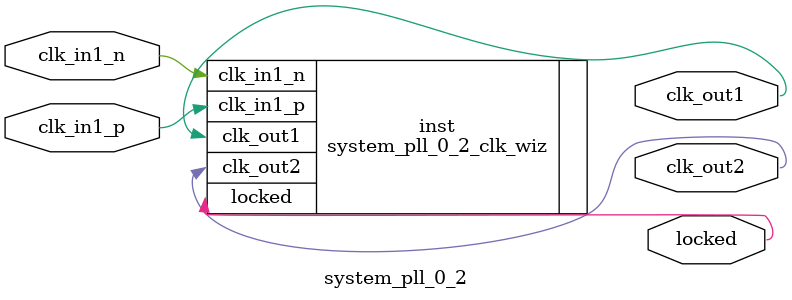
<source format=v>


`timescale 1ps/1ps

(* CORE_GENERATION_INFO = "system_pll_0_2,clk_wiz_v6_0_4_0_0,{component_name=system_pll_0_2,use_phase_alignment=true,use_min_o_jitter=false,use_max_i_jitter=false,use_dyn_phase_shift=false,use_inclk_switchover=false,use_dyn_reconfig=false,enable_axi=0,feedback_source=FDBK_AUTO,PRIMITIVE=PLL,num_out_clk=2,clkin1_period=8.000,clkin2_period=10.0,use_power_down=false,use_reset=false,use_locked=true,use_inclk_stopped=false,feedback_type=SINGLE,CLOCK_MGR_TYPE=NA,manual_override=false}" *)

module system_pll_0_2 
 (
  // Clock out ports
  output        clk_out1,
  output        clk_out2,
  // Status and control signals
  output        locked,
 // Clock in ports
  input         clk_in1_p,
  input         clk_in1_n
 );

  system_pll_0_2_clk_wiz inst
  (
  // Clock out ports  
  .clk_out1(clk_out1),
  .clk_out2(clk_out2),
  // Status and control signals               
  .locked(locked),
 // Clock in ports
  .clk_in1_p(clk_in1_p),
  .clk_in1_n(clk_in1_n)
  );

endmodule

</source>
